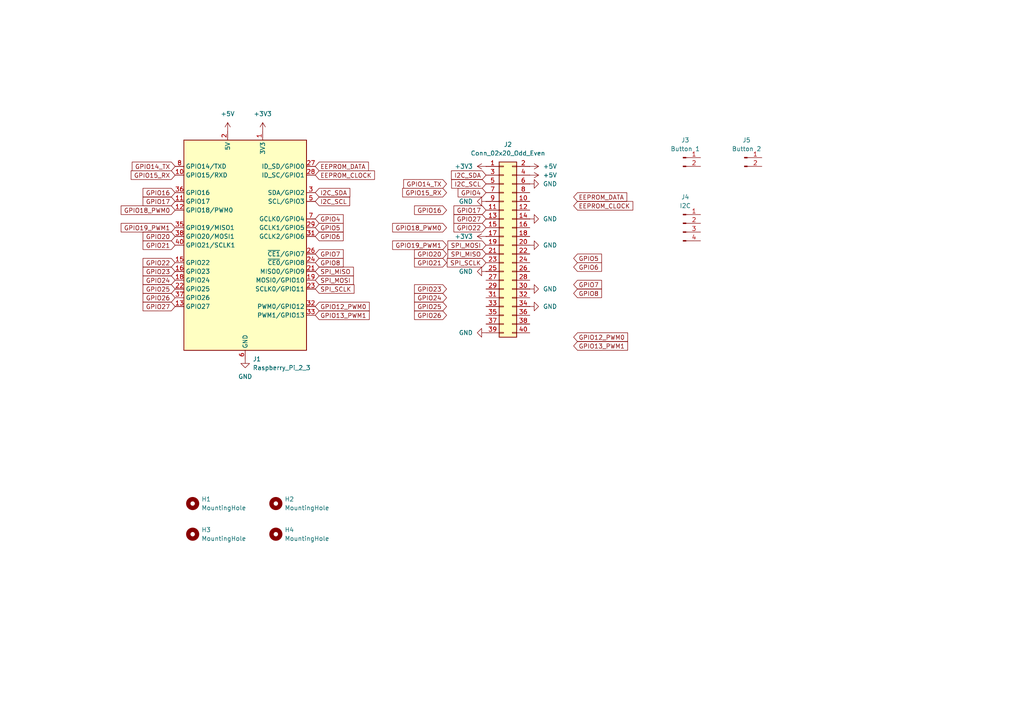
<source format=kicad_sch>
(kicad_sch (version 20231120) (generator "eeschema") (generator_version "8.0")
  (paper "A4")
  (lib_symbols
    (symbol "Connector:Conn_01x02_Pin" (pin_names (offset 1.016) hide)
      (property "Reference" "J" (at 0 2.54 0))
      (property "Value" "Conn_01x02_Pin" (at 0 -5.08 0))
      (symbol "Conn_01x02_Pin_1_1"
        (polyline (pts (xy 1.27 -2.54) (xy 0.8636 -2.54)) (stroke (width 0.1524)))
        (polyline (pts (xy 1.27 0) (xy 0.8636 0)) (stroke (width 0.1524)))
        (rectangle (start 0.8636 -2.413) (end 0 -2.667) (stroke (width 0.1524)) (fill (type outline)))
        (rectangle (start 0.8636 0.127) (end 0 -0.127) (stroke (width 0.1524)) (fill (type outline)))
        (pin passive line (at 5.08 0 180) (length 3.81) (name "Pin_1") (number "1"))
        (pin passive line (at 5.08 -2.54 180) (length 3.81) (name "Pin_2") (number "2"))
      )
    )
    (symbol "Connector:Conn_01x04_Pin" (pin_names (offset 1.016) hide)
      (property "Reference" "J" (at 0 5.08 0))
      (property "Value" "Conn_01x04_Pin" (at 0 -7.62 0))
      (symbol "Conn_01x04_Pin_1_1"
        (polyline (pts (xy 1.27 -5.08) (xy 0.8636 -5.08)) (stroke (width 0.1524)))
        (polyline (pts (xy 1.27 -2.54) (xy 0.8636 -2.54)) (stroke (width 0.1524)))
        (polyline (pts (xy 1.27 0) (xy 0.8636 0)) (stroke (width 0.1524)))
        (polyline (pts (xy 1.27 2.54) (xy 0.8636 2.54)) (stroke (width 0.1524)))
        (rectangle (start 0.8636 -4.953) (end 0 -5.207) (stroke (width 0.1524)) (fill (type outline)))
        (rectangle (start 0.8636 -2.413) (end 0 -2.667) (stroke (width 0.1524)) (fill (type outline)))
        (rectangle (start 0.8636 0.127) (end 0 -0.127) (stroke (width 0.1524)) (fill (type outline)))
        (rectangle (start 0.8636 2.667) (end 0 2.413) (stroke (width 0.1524)) (fill (type outline)))
        (pin passive line (at 5.08 2.54 180) (length 3.81) (name "Pin_1") (number "1"))
        (pin passive line (at 5.08 0 180) (length 3.81) (name "Pin_2") (number "2"))
        (pin passive line (at 5.08 -2.54 180) (length 3.81) (name "Pin_3") (number "3"))
        (pin passive line (at 5.08 -5.08 180) (length 3.81) (name "Pin_4") (number "4"))
      )
    )
    (symbol "Connector:Raspberry_Pi_2_3"
      (property "Reference" "J" (at -17.78 31.75 0))
      (property "Value" "Raspberry_Pi_2_3" (at 10.16 -31.75 0))
      (symbol "Raspberry_Pi_2_3_0_1"
        (rectangle (start -17.78 30.48) (end 17.78 -30.48) (stroke (width 0.254)) (fill (type background)))
      )
      (symbol "Raspberry_Pi_2_3_1_1"
        (pin power_in line (at 5.08 33.02 270) (length 2.54) (name "3V3") (number "1"))
        (pin bidirectional line (at -20.32 20.32 0) (length 2.54) (name "GPIO15/RXD") (number "10"))
        (pin bidirectional line (at -20.32 12.7 0) (length 2.54) (name "GPIO17") (number "11"))
        (pin bidirectional line (at -20.32 10.16 0) (length 2.54) (name "GPIO18/PWM0") (number "12"))
        (pin bidirectional line (at -20.32 -17.78 0) (length 2.54) (name "GPIO27") (number "13"))
        (pin passive line (at 0 -33.02 90) (length 2.54) hide (name "GND") (number "14"))
        (pin bidirectional line (at -20.32 -5.08 0) (length 2.54) (name "GPIO22") (number "15"))
        (pin bidirectional line (at -20.32 -7.62 0) (length 2.54) (name "GPIO23") (number "16"))
        (pin passive line (at 5.08 33.02 270) (length 2.54) hide (name "3V3") (number "17"))
        (pin bidirectional line (at -20.32 -10.16 0) (length 2.54) (name "GPIO24") (number "18"))
        (pin bidirectional line (at 20.32 -10.16 180) (length 2.54) (name "MOSI0/GPIO10") (number "19"))
        (pin power_in line (at -5.08 33.02 270) (length 2.54) (name "5V") (number "2"))
        (pin passive line (at 0 -33.02 90) (length 2.54) hide (name "GND") (number "20"))
        (pin bidirectional line (at 20.32 -7.62 180) (length 2.54) (name "MISO0/GPIO9") (number "21"))
        (pin bidirectional line (at -20.32 -12.7 0) (length 2.54) (name "GPIO25") (number "22"))
        (pin bidirectional line (at 20.32 -12.7 180) (length 2.54) (name "SCLK0/GPIO11") (number "23"))
        (pin bidirectional line (at 20.32 -5.08 180) (length 2.54) (name "~{CE0}/GPIO8") (number "24"))
        (pin passive line (at 0 -33.02 90) (length 2.54) hide (name "GND") (number "25"))
        (pin bidirectional line (at 20.32 -2.54 180) (length 2.54) (name "~{CE1}/GPIO7") (number "26"))
        (pin bidirectional line (at 20.32 22.86 180) (length 2.54) (name "ID_SD/GPIO0") (number "27"))
        (pin bidirectional line (at 20.32 20.32 180) (length 2.54) (name "ID_SC/GPIO1") (number "28"))
        (pin bidirectional line (at 20.32 5.08 180) (length 2.54) (name "GCLK1/GPIO5") (number "29"))
        (pin bidirectional line (at 20.32 15.24 180) (length 2.54) (name "SDA/GPIO2") (number "3"))
        (pin passive line (at 0 -33.02 90) (length 2.54) hide (name "GND") (number "30"))
        (pin bidirectional line (at 20.32 2.54 180) (length 2.54) (name "GCLK2/GPIO6") (number "31"))
        (pin bidirectional line (at 20.32 -17.78 180) (length 2.54) (name "PWM0/GPIO12") (number "32"))
        (pin bidirectional line (at 20.32 -20.32 180) (length 2.54) (name "PWM1/GPIO13") (number "33"))
        (pin passive line (at 0 -33.02 90) (length 2.54) hide (name "GND") (number "34"))
        (pin bidirectional line (at -20.32 5.08 0) (length 2.54) (name "GPIO19/MISO1") (number "35"))
        (pin bidirectional line (at -20.32 15.24 0) (length 2.54) (name "GPIO16") (number "36"))
        (pin bidirectional line (at -20.32 -15.24 0) (length 2.54) (name "GPIO26") (number "37"))
        (pin bidirectional line (at -20.32 2.54 0) (length 2.54) (name "GPIO20/MOSI1") (number "38"))
        (pin passive line (at 0 -33.02 90) (length 2.54) hide (name "GND") (number "39"))
        (pin passive line (at -5.08 33.02 270) (length 2.54) hide (name "5V") (number "4"))
        (pin bidirectional line (at -20.32 0 0) (length 2.54) (name "GPIO21/SCLK1") (number "40"))
        (pin bidirectional line (at 20.32 12.7 180) (length 2.54) (name "SCL/GPIO3") (number "5"))
        (pin power_in line (at 0 -33.02 90) (length 2.54) (name "GND") (number "6"))
        (pin bidirectional line (at 20.32 7.62 180) (length 2.54) (name "GCLK0/GPIO4") (number "7"))
        (pin bidirectional line (at -20.32 22.86 0) (length 2.54) (name "GPIO14/TXD") (number "8"))
        (pin passive line (at 0 -33.02 90) (length 2.54) hide (name "GND") (number "9"))
      )
    )
    (symbol "Connector_Generic:Conn_02x20_Odd_Even" (pin_names (offset 1.016) hide)
      (property "Reference" "J" (at 1.27 25.4 0))
      (property "Value" "Conn_02x20_Odd_Even" (at 1.27 -27.94 0))
      (symbol "Conn_02x20_Odd_Even_1_1"
        (rectangle (start -1.27 -25.273) (end 0 -25.527) (stroke (width 0.1524)))
        (rectangle (start -1.27 -22.733) (end 0 -22.987) (stroke (width 0.1524)))
        (rectangle (start -1.27 -20.193) (end 0 -20.447) (stroke (width 0.1524)))
        (rectangle (start -1.27 -17.653) (end 0 -17.907) (stroke (width 0.1524)))
        (rectangle (start -1.27 -15.113) (end 0 -15.367) (stroke (width 0.1524)))
        (rectangle (start -1.27 -12.573) (end 0 -12.827) (stroke (width 0.1524)))
        (rectangle (start -1.27 -10.033) (end 0 -10.287) (stroke (width 0.1524)))
        (rectangle (start -1.27 -7.493) (end 0 -7.747) (stroke (width 0.1524)))
        (rectangle (start -1.27 -4.953) (end 0 -5.207) (stroke (width 0.1524)))
        (rectangle (start -1.27 -2.413) (end 0 -2.667) (stroke (width 0.1524)))
        (rectangle (start -1.27 0.127) (end 0 -0.127) (stroke (width 0.1524)))
        (rectangle (start -1.27 2.667) (end 0 2.413) (stroke (width 0.1524)))
        (rectangle (start -1.27 5.207) (end 0 4.953) (stroke (width 0.1524)))
        (rectangle (start -1.27 7.747) (end 0 7.493) (stroke (width 0.1524)))
        (rectangle (start -1.27 10.287) (end 0 10.033) (stroke (width 0.1524)))
        (rectangle (start -1.27 12.827) (end 0 12.573) (stroke (width 0.1524)))
        (rectangle (start -1.27 15.367) (end 0 15.113) (stroke (width 0.1524)))
        (rectangle (start -1.27 17.907) (end 0 17.653) (stroke (width 0.1524)))
        (rectangle (start -1.27 20.447) (end 0 20.193) (stroke (width 0.1524)))
        (rectangle (start -1.27 22.987) (end 0 22.733) (stroke (width 0.1524)))
        (rectangle (start -1.27 24.13) (end 3.81 -26.67) (stroke (width 0.254)) (fill (type background)))
        (rectangle (start 3.81 -25.273) (end 2.54 -25.527) (stroke (width 0.1524)))
        (rectangle (start 3.81 -22.733) (end 2.54 -22.987) (stroke (width 0.1524)))
        (rectangle (start 3.81 -20.193) (end 2.54 -20.447) (stroke (width 0.1524)))
        (rectangle (start 3.81 -17.653) (end 2.54 -17.907) (stroke (width 0.1524)))
        (rectangle (start 3.81 -15.113) (end 2.54 -15.367) (stroke (width 0.1524)))
        (rectangle (start 3.81 -12.573) (end 2.54 -12.827) (stroke (width 0.1524)))
        (rectangle (start 3.81 -10.033) (end 2.54 -10.287) (stroke (width 0.1524)))
        (rectangle (start 3.81 -7.493) (end 2.54 -7.747) (stroke (width 0.1524)))
        (rectangle (start 3.81 -4.953) (end 2.54 -5.207) (stroke (width 0.1524)))
        (rectangle (start 3.81 -2.413) (end 2.54 -2.667) (stroke (width 0.1524)))
        (rectangle (start 3.81 0.127) (end 2.54 -0.127) (stroke (width 0.1524)))
        (rectangle (start 3.81 2.667) (end 2.54 2.413) (stroke (width 0.1524)))
        (rectangle (start 3.81 5.207) (end 2.54 4.953) (stroke (width 0.1524)))
        (rectangle (start 3.81 7.747) (end 2.54 7.493) (stroke (width 0.1524)))
        (rectangle (start 3.81 10.287) (end 2.54 10.033) (stroke (width 0.1524)))
        (rectangle (start 3.81 12.827) (end 2.54 12.573) (stroke (width 0.1524)))
        (rectangle (start 3.81 15.367) (end 2.54 15.113) (stroke (width 0.1524)))
        (rectangle (start 3.81 17.907) (end 2.54 17.653) (stroke (width 0.1524)))
        (rectangle (start 3.81 20.447) (end 2.54 20.193) (stroke (width 0.1524)))
        (rectangle (start 3.81 22.987) (end 2.54 22.733) (stroke (width 0.1524)))
        (pin passive line (at -5.08 22.86 0) (length 3.81) (name "Pin_1") (number "1"))
        (pin passive line (at 7.62 12.7 180) (length 3.81) (name "Pin_10") (number "10"))
        (pin passive line (at -5.08 10.16 0) (length 3.81) (name "Pin_11") (number "11"))
        (pin passive line (at 7.62 10.16 180) (length 3.81) (name "Pin_12") (number "12"))
        (pin passive line (at -5.08 7.62 0) (length 3.81) (name "Pin_13") (number "13"))
        (pin passive line (at 7.62 7.62 180) (length 3.81) (name "Pin_14") (number "14"))
        (pin passive line (at -5.08 5.08 0) (length 3.81) (name "Pin_15") (number "15"))
        (pin passive line (at 7.62 5.08 180) (length 3.81) (name "Pin_16") (number "16"))
        (pin passive line (at -5.08 2.54 0) (length 3.81) (name "Pin_17") (number "17"))
        (pin passive line (at 7.62 2.54 180) (length 3.81) (name "Pin_18") (number "18"))
        (pin passive line (at -5.08 0 0) (length 3.81) (name "Pin_19") (number "19"))
        (pin passive line (at 7.62 22.86 180) (length 3.81) (name "Pin_2") (number "2"))
        (pin passive line (at 7.62 0 180) (length 3.81) (name "Pin_20") (number "20"))
        (pin passive line (at -5.08 -2.54 0) (length 3.81) (name "Pin_21") (number "21"))
        (pin passive line (at 7.62 -2.54 180) (length 3.81) (name "Pin_22") (number "22"))
        (pin passive line (at -5.08 -5.08 0) (length 3.81) (name "Pin_23") (number "23"))
        (pin passive line (at 7.62 -5.08 180) (length 3.81) (name "Pin_24") (number "24"))
        (pin passive line (at -5.08 -7.62 0) (length 3.81) (name "Pin_25") (number "25"))
        (pin passive line (at 7.62 -7.62 180) (length 3.81) (name "Pin_26") (number "26"))
        (pin passive line (at -5.08 -10.16 0) (length 3.81) (name "Pin_27") (number "27"))
        (pin passive line (at 7.62 -10.16 180) (length 3.81) (name "Pin_28") (number "28"))
        (pin passive line (at -5.08 -12.7 0) (length 3.81) (name "Pin_29") (number "29"))
        (pin passive line (at -5.08 20.32 0) (length 3.81) (name "Pin_3") (number "3"))
        (pin passive line (at 7.62 -12.7 180) (length 3.81) (name "Pin_30") (number "30"))
        (pin passive line (at -5.08 -15.24 0) (length 3.81) (name "Pin_31") (number "31"))
        (pin passive line (at 7.62 -15.24 180) (length 3.81) (name "Pin_32") (number "32"))
        (pin passive line (at -5.08 -17.78 0) (length 3.81) (name "Pin_33") (number "33"))
        (pin passive line (at 7.62 -17.78 180) (length 3.81) (name "Pin_34") (number "34"))
        (pin passive line (at -5.08 -20.32 0) (length 3.81) (name "Pin_35") (number "35"))
        (pin passive line (at 7.62 -20.32 180) (length 3.81) (name "Pin_36") (number "36"))
        (pin passive line (at -5.08 -22.86 0) (length 3.81) (name "Pin_37") (number "37"))
        (pin passive line (at 7.62 -22.86 180) (length 3.81) (name "Pin_38") (number "38"))
        (pin passive line (at -5.08 -25.4 0) (length 3.81) (name "Pin_39") (number "39"))
        (pin passive line (at 7.62 20.32 180) (length 3.81) (name "Pin_4") (number "4"))
        (pin passive line (at 7.62 -25.4 180) (length 3.81) (name "Pin_40") (number "40"))
        (pin passive line (at -5.08 17.78 0) (length 3.81) (name "Pin_5") (number "5"))
        (pin passive line (at 7.62 17.78 180) (length 3.81) (name "Pin_6") (number "6"))
        (pin passive line (at -5.08 15.24 0) (length 3.81) (name "Pin_7") (number "7"))
        (pin passive line (at 7.62 15.24 180) (length 3.81) (name "Pin_8") (number "8"))
        (pin passive line (at -5.08 12.7 0) (length 3.81) (name "Pin_9") (number "9"))
      )
    )
    (symbol "Mechanical:MountingHole" (pin_names (offset 1.016)) (exclude_from_sim yes) (in_bom no)
      (property "Reference" "H" (at 0 5.08 0))
      (property "Value" "MountingHole" (at 0 3.175 0))
      (symbol "MountingHole_0_1"
        (circle (center 0 0) (radius 1.27) (stroke (width 1.27)))
      )
    )
    (symbol "power:+3V3" (power) (pin_numbers hide) (pin_names (offset 0) hide)
      (property "Value" "+3V3" (at 0 3.556 0))
      (symbol "+3V3_0_1"
        (polyline (pts (xy -0.762 1.27) (xy 0 2.54)))
        (polyline (pts (xy 0 0) (xy 0 2.54)))
        (polyline (pts (xy 0 2.54) (xy 0.762 1.27)))
      )
      (symbol "+3V3_1_1"
        (pin power_in line (at 0 0 90) (length 0) (name "~") (number "1"))
      )
    )
    (symbol "power:+5V" (power) (pin_numbers hide) (pin_names (offset 0) hide)
      (property "Value" "+5V" (at 0 3.556 0))
      (symbol "+5V_0_1"
        (polyline (pts (xy -0.762 1.27) (xy 0 2.54)))
        (polyline (pts (xy 0 0) (xy 0 2.54)))
        (polyline (pts (xy 0 2.54) (xy 0.762 1.27)))
      )
      (symbol "+5V_1_1"
        (pin power_in line (at 0 0 90) (length 0) (name "~") (number "1"))
      )
    )
    (symbol "power:GND" (power) (pin_numbers hide) (pin_names (offset 0) hide)
      (property "Value" "GND" (at 0 -3.81 0))
      (symbol "GND_0_1"
        (polyline (pts (xy 0 0) (xy 0 -1.27) (xy 1.27 -1.27) (xy 0 -2.54) (xy -1.27 -1.27) (xy 0 -1.27)))
      )
      (symbol "GND_1_1"
        (pin power_in line (at 0 0 270) (length 0) (name "~") (number "1"))
      )
    )
  )
  (global_label "GPIO13_PWM1" (shape input) (at 91.44 91.44 0) (property "Intersheetrefs" "${INTERSHEET_REFS}" (effects (hide yes))))
  (global_label "GPIO7" (shape input) (at 166.37 82.55 0) (property "Intersheetrefs" "${INTERSHEET_REFS}" (effects (hide yes))))
  (global_label "GPIO18_PWM0" (shape input) (at 129.54 66.04 180) (property "Intersheetrefs" "${INTERSHEET_REFS}" (effects (hide yes))))
  (global_label "GPIO7" (shape input) (at 91.44 73.66 0) (property "Intersheetrefs" "${INTERSHEET_REFS}" (effects (hide yes))))
  (global_label "GPIO22" (shape input) (at 140.97 66.04 180) (property "Intersheetrefs" "${INTERSHEET_REFS}" (effects (hide yes))))
  (global_label "GPIO25" (shape input) (at 50.8 83.82 180) (property "Intersheetrefs" "${INTERSHEET_REFS}" (effects (hide yes))))
  (global_label "GPIO12_PWM0" (shape input) (at 91.44 88.9 0) (property "Intersheetrefs" "${INTERSHEET_REFS}" (effects (hide yes))))
  (global_label "GPIO15_RX" (shape input) (at 129.54 55.88 180) (property "Intersheetrefs" "${INTERSHEET_REFS}" (effects (hide yes))))
  (global_label "GPIO5" (shape input) (at 91.44 66.04 0) (property "Intersheetrefs" "${INTERSHEET_REFS}" (effects (hide yes))))
  (global_label "GPIO13_PWM1" (shape input) (at 166.37 100.33 0) (property "Intersheetrefs" "${INTERSHEET_REFS}" (effects (hide yes))))
  (global_label "GPIO16" (shape input) (at 129.54 60.96 180) (property "Intersheetrefs" "${INTERSHEET_REFS}" (effects (hide yes))))
  (global_label "SPI_SCLK" (shape input) (at 91.44 83.82 0) (property "Intersheetrefs" "${INTERSHEET_REFS}" (effects (hide yes))))
  (global_label "GPIO4" (shape input) (at 140.97 55.88 180) (property "Intersheetrefs" "${INTERSHEET_REFS}" (effects (hide yes))))
  (global_label "GPIO14_TX" (shape input) (at 129.54 53.34 180) (property "Intersheetrefs" "${INTERSHEET_REFS}" (effects (hide yes))))
  (global_label "GPIO24" (shape input) (at 50.8 81.28 180) (property "Intersheetrefs" "${INTERSHEET_REFS}" (effects (hide yes))))
  (global_label "GPIO4" (shape input) (at 91.44 63.5 0) (property "Intersheetrefs" "${INTERSHEET_REFS}" (effects (hide yes))))
  (global_label "GPIO14_TX" (shape input) (at 50.8 48.26 180) (property "Intersheetrefs" "${INTERSHEET_REFS}" (effects (hide yes))))
  (global_label "GPIO15_RX" (shape input) (at 50.8 50.8 180) (property "Intersheetrefs" "${INTERSHEET_REFS}" (effects (hide yes))))
  (global_label "SPI_MISO" (shape input) (at 140.97 73.66 180) (property "Intersheetrefs" "${INTERSHEET_REFS}" (effects (hide yes))))
  (global_label "GPIO6" (shape input) (at 91.44 68.58 0) (property "Intersheetrefs" "${INTERSHEET_REFS}" (effects (hide yes))))
  (global_label "EEPROM_CLOCK" (shape input) (at 166.37 59.69 0) (property "Intersheetrefs" "${INTERSHEET_REFS}" (effects (hide yes))))
  (global_label "SPI_SCLK" (shape input) (at 140.97 76.2 180) (property "Intersheetrefs" "${INTERSHEET_REFS}" (effects (hide yes))))
  (global_label "GPIO23" (shape input) (at 50.8 78.74 180) (property "Intersheetrefs" "${INTERSHEET_REFS}" (effects (hide yes))))
  (global_label "GPIO16" (shape input) (at 50.8 55.88 180) (property "Intersheetrefs" "${INTERSHEET_REFS}" (effects (hide yes))))
  (global_label "GPIO24" (shape input) (at 129.54 86.36 180) (property "Intersheetrefs" "${INTERSHEET_REFS}" (effects (hide yes))))
  (global_label "I2C_SDA" (shape input) (at 140.97 50.8 180) (property "Intersheetrefs" "${INTERSHEET_REFS}" (effects (hide yes))))
  (global_label "GPIO27" (shape input) (at 140.97 63.5 180) (property "Intersheetrefs" "${INTERSHEET_REFS}" (effects (hide yes))))
  (global_label "GPIO26" (shape input) (at 50.8 86.36 180) (property "Intersheetrefs" "${INTERSHEET_REFS}" (effects (hide yes))))
  (global_label "SPI_MOSI" (shape input) (at 91.44 81.28 0) (property "Intersheetrefs" "${INTERSHEET_REFS}" (effects (hide yes))))
  (global_label "GPIO21" (shape input) (at 129.54 76.2 180) (property "Intersheetrefs" "${INTERSHEET_REFS}" (effects (hide yes))))
  (global_label "GPIO5" (shape input) (at 166.37 74.93 0) (property "Intersheetrefs" "${INTERSHEET_REFS}" (effects (hide yes))))
  (global_label "GPIO23" (shape input) (at 129.54 83.82 180) (property "Intersheetrefs" "${INTERSHEET_REFS}" (effects (hide yes))))
  (global_label "GPIO12_PWM0" (shape input) (at 166.37 97.79 0) (property "Intersheetrefs" "${INTERSHEET_REFS}" (effects (hide yes))))
  (global_label "SPI_MOSI" (shape input) (at 140.97 71.12 180) (property "Intersheetrefs" "${INTERSHEET_REFS}" (effects (hide yes))))
  (global_label "EEPROM_CLOCK" (shape input) (at 91.44 50.8 0) (property "Intersheetrefs" "${INTERSHEET_REFS}" (effects (hide yes))))
  (global_label "GPIO20" (shape input) (at 129.54 73.66 180) (property "Intersheetrefs" "${INTERSHEET_REFS}" (effects (hide yes))))
  (global_label "GPIO25" (shape input) (at 129.54 88.9 180) (property "Intersheetrefs" "${INTERSHEET_REFS}" (effects (hide yes))))
  (global_label "GPIO22" (shape input) (at 50.8 76.2 180) (property "Intersheetrefs" "${INTERSHEET_REFS}" (effects (hide yes))))
  (global_label "GPIO21" (shape input) (at 50.8 71.12 180) (property "Intersheetrefs" "${INTERSHEET_REFS}" (effects (hide yes))))
  (global_label "I2C_SCL" (shape input) (at 140.97 53.34 180) (property "Intersheetrefs" "${INTERSHEET_REFS}" (effects (hide yes))))
  (global_label "GPIO6" (shape input) (at 166.37 77.47 0) (property "Intersheetrefs" "${INTERSHEET_REFS}" (effects (hide yes))))
  (global_label "GPIO20" (shape input) (at 50.8 68.58 180) (property "Intersheetrefs" "${INTERSHEET_REFS}" (effects (hide yes))))
  (global_label "GPIO8" (shape input) (at 91.44 76.2 0) (property "Intersheetrefs" "${INTERSHEET_REFS}" (effects (hide yes))))
  (global_label "SPI_MISO" (shape input) (at 91.44 78.74 0) (property "Intersheetrefs" "${INTERSHEET_REFS}" (effects (hide yes))))
  (global_label "GPIO19_PWM1" (shape input) (at 50.8 66.04 180) (property "Intersheetrefs" "${INTERSHEET_REFS}" (effects (hide yes))))
  (global_label "GPIO17" (shape input) (at 140.97 60.96 180) (property "Intersheetrefs" "${INTERSHEET_REFS}" (effects (hide yes))))
  (global_label "GPIO27" (shape input) (at 50.8 88.9 180) (property "Intersheetrefs" "${INTERSHEET_REFS}" (effects (hide yes))))
  (global_label "GPIO26" (shape input) (at 129.54 91.44 180) (property "Intersheetrefs" "${INTERSHEET_REFS}" (effects (hide yes))))
  (global_label "GPIO19_PWM1" (shape input) (at 129.54 71.12 180) (property "Intersheetrefs" "${INTERSHEET_REFS}" (effects (hide yes))))
  (global_label "I2C_SCL" (shape input) (at 91.44 58.42 0) (property "Intersheetrefs" "${INTERSHEET_REFS}" (effects (hide yes))))
  (global_label "GPIO8" (shape input) (at 166.37 85.09 0) (property "Intersheetrefs" "${INTERSHEET_REFS}" (effects (hide yes))))
  (global_label "GPIO17" (shape input) (at 50.8 58.42 180) (property "Intersheetrefs" "${INTERSHEET_REFS}" (effects (hide yes))))
  (global_label "I2C_SDA" (shape input) (at 91.44 55.88 0) (property "Intersheetrefs" "${INTERSHEET_REFS}" (effects (hide yes))))
  (global_label "EEPROM_DATA" (shape input) (at 166.37 57.15 0) (property "Intersheetrefs" "${INTERSHEET_REFS}" (effects (hide yes))))
  (global_label "GPIO18_PWM0" (shape input) (at 50.8 60.96 180) (property "Intersheetrefs" "${INTERSHEET_REFS}" (effects (hide yes))))
  (global_label "EEPROM_DATA" (shape input) (at 91.44 48.26 0) (property "Intersheetrefs" "${INTERSHEET_REFS}" (effects (hide yes))))
  (symbol (lib_id "power:+3V3") (at 76.2 38.1 0) (unit 1)
    (property "Reference" "#PWR03" (effects (hide yes)))
    (property "Value" "+3V3" (at 76.2 33.02 0))
    (property "Description" "Power symbol creates a global label with name \"+3V3\"" (effects (hide yes)))
  )
  (symbol (lib_id "power:GND") (at 71.12 104.14 0) (unit 1)
    (property "Reference" "#PWR01" (effects (hide yes)))
    (property "Value" "GND" (at 71.12 109.22 0))
    (property "Description" "Power symbol creates a global label with name \"GND\" , ground" (effects (hide yes)))
  )
  (symbol (lib_id "Mechanical:MountingHole") (at 55.88 154.94 0) (unit 1) (exclude_from_sim yes) (in_bom no)
    (property "Reference" "H3" (at 58.42 153.6699 0) (effects (justify left)))
    (property "Value" "MountingHole" (at 58.42 156.2099 0) (effects (justify left)))
    (property "Description" "Mounting Hole without connection" (effects (hide yes)))
  )
  (symbol (lib_id "power:GND") (at 140.97 96.52 270) (unit 1)
    (property "Reference" "#PWR014" (effects (hide yes)))
    (property "Value" "GND" (at 137.16 96.5199 90) (effects (justify right)))
    (property "Description" "Power symbol creates a global label with name \"GND\" , ground" (effects (hide yes)))
  )
  (symbol (lib_id "power:GND") (at 140.97 78.74 270) (unit 1)
    (property "Reference" "#PWR013" (effects (hide yes)))
    (property "Value" "GND" (at 137.16 78.7399 90) (effects (justify right)))
    (property "Description" "Power symbol creates a global label with name \"GND\" , ground" (effects (hide yes)))
  )
  (symbol (lib_id "power:+5V") (at 153.67 50.8 270) (unit 1)
    (property "Reference" "#PWR06" (effects (hide yes)))
    (property "Value" "+5V" (at 157.48 50.7999 90) (effects (justify left)))
    (property "Description" "Power symbol creates a global label with name \"+5V\"" (effects (hide yes)))
  )
  (symbol (lib_id "Mechanical:MountingHole") (at 80.01 146.05 0) (unit 1) (exclude_from_sim yes) (in_bom no)
    (property "Reference" "H2" (at 82.55 144.7799 0) (effects (justify left)))
    (property "Value" "MountingHole" (at 82.55 147.3199 0) (effects (justify left)))
    (property "Description" "Mounting Hole without connection" (effects (hide yes)))
  )
  (symbol (lib_id "power:GND") (at 153.67 71.12 90) (unit 1)
    (property "Reference" "#PWR09" (effects (hide yes)))
    (property "Value" "GND" (at 157.48 71.1199 90) (effects (justify right)))
    (property "Description" "Power symbol creates a global label with name \"GND\" , ground" (effects (hide yes)))
  )
  (symbol (lib_id "Connector_Generic:Conn_02x20_Odd_Even") (at 146.05 71.12 0) (unit 1)
    (property "Reference" "J2" (at 147.32 41.91 0))
    (property "Value" "Conn_02x20_Odd_Even" (at 147.32 44.45 0))
    (property "Description" "Generic connector, double row, 02x20, odd/even pin numbering scheme (row 1 odd numbers, row 2 even numbers), script generated (kicad-library-utils/schlib/autogen/connector/)" (effects (hide yes)))
  )
  (symbol (lib_id "power:GND") (at 153.67 53.34 90) (unit 1)
    (property "Reference" "#PWR07" (effects (hide yes)))
    (property "Value" "GND" (at 157.48 53.3399 90) (effects (justify right)))
    (property "Description" "Power symbol creates a global label with name \"GND\" , ground" (effects (hide yes)))
  )
  (symbol (lib_id "power:+3V3") (at 140.97 48.26 90) (unit 1)
    (property "Reference" "#PWR04" (effects (hide yes)))
    (property "Value" "+3V3" (at 137.16 48.2599 90) (effects (justify left)))
    (property "Description" "Power symbol creates a global label with name \"+3V3\"" (effects (hide yes)))
  )
  (symbol (lib_id "Connector:Conn_01x02_Pin") (at 215.9 45.72 0) (unit 1)
    (property "Reference" "J5" (at 216.535 40.64 0))
    (property "Value" "Button 2" (at 216.535 43.18 0))
    (property "Description" "Generic connector, single row, 01x02, script generated" (effects (hide yes)))
  )
  (symbol (lib_id "Connector:Conn_01x02_Pin") (at 198.12 45.72 0) (unit 1)
    (property "Reference" "J3" (at 198.755 40.64 0))
    (property "Value" "Button 1" (at 198.755 43.18 0))
    (property "Description" "Generic connector, single row, 01x02, script generated" (effects (hide yes)))
  )
  (symbol (lib_id "Connector:Conn_01x04_Pin") (at 198.12 64.77 0) (unit 1)
    (property "Reference" "J4" (at 198.755 57.15 0))
    (property "Value" "I2C" (at 198.755 59.69 0))
    (property "Description" "Generic connector, single row, 01x04, script generated" (effects (hide yes)))
  )
  (symbol (lib_id "power:GND") (at 153.67 63.5 90) (unit 1)
    (property "Reference" "#PWR08" (effects (hide yes)))
    (property "Value" "GND" (at 157.48 63.4999 90) (effects (justify right)))
    (property "Description" "Power symbol creates a global label with name \"GND\" , ground" (effects (hide yes)))
  )
  (symbol (lib_id "Mechanical:MountingHole") (at 80.01 154.94 0) (unit 1) (exclude_from_sim yes) (in_bom no)
    (property "Reference" "H4" (at 82.55 153.6699 0) (effects (justify left)))
    (property "Value" "MountingHole" (at 82.55 156.2099 0) (effects (justify left)))
    (property "Description" "Mounting Hole without connection" (effects (hide yes)))
  )
  (symbol (lib_id "power:+3V3") (at 140.97 68.58 90) (unit 1)
    (property "Reference" "#PWR015" (effects (hide yes)))
    (property "Value" "+3V3" (at 137.16 68.5799 90) (effects (justify left)))
    (property "Description" "Power symbol creates a global label with name \"+3V3\"" (effects (hide yes)))
  )
  (symbol (lib_id "power:GND") (at 140.97 58.42 270) (unit 1)
    (property "Reference" "#PWR012" (effects (hide yes)))
    (property "Value" "GND" (at 137.16 58.4199 90) (effects (justify right)))
    (property "Description" "Power symbol creates a global label with name \"GND\" , ground" (effects (hide yes)))
  )
  (symbol (lib_id "power:+5V") (at 66.04 38.1 0) (unit 1)
    (property "Reference" "#PWR02" (effects (hide yes)))
    (property "Value" "+5V" (at 66.04 33.02 0))
    (property "Description" "Power symbol creates a global label with name \"+5V\"" (effects (hide yes)))
  )
  (symbol (lib_id "power:+5V") (at 153.67 48.26 270) (unit 1)
    (property "Reference" "#PWR05" (effects (hide yes)))
    (property "Value" "+5V" (at 157.48 48.2599 90) (effects (justify left)))
    (property "Description" "Power symbol creates a global label with name \"+5V\"" (effects (hide yes)))
  )
  (symbol (lib_id "Mechanical:MountingHole") (at 55.88 146.05 0) (unit 1) (exclude_from_sim yes) (in_bom no)
    (property "Reference" "H1" (at 58.42 144.7799 0) (effects (justify left)))
    (property "Value" "MountingHole" (at 58.42 147.3199 0) (effects (justify left)))
    (property "Description" "Mounting Hole without connection" (effects (hide yes)))
  )
  (symbol (lib_id "Connector:Raspberry_Pi_2_3") (at 71.12 71.12 0) (unit 1)
    (property "Reference" "J1" (at 73.3141 104.14 0) (effects (justify left)))
    (property "Value" "Raspberry_Pi_2_3" (at 73.3141 106.68 0) (effects (justify left)))
    (property "Datasheet" "https://www.raspberrypi.org/documentation/hardware/raspberrypi/schematics/rpi_SCH_3bplus_1p0_reduced.pdf" (effects (hide yes)))
    (property "Description" "expansion header for Raspberry Pi 2 & 3" (effects (hide yes)))
  )
  (symbol (lib_id "power:GND") (at 153.67 83.82 90) (unit 1)
    (property "Reference" "#PWR010" (effects (hide yes)))
    (property "Value" "GND" (at 157.48 83.8199 90) (effects (justify right)))
    (property "Description" "Power symbol creates a global label with name \"GND\" , ground" (effects (hide yes)))
  )
  (symbol (lib_id "power:GND") (at 153.67 88.9 90) (unit 1)
    (property "Reference" "#PWR011" (effects (hide yes)))
    (property "Value" "GND" (at 157.48 88.8999 90) (effects (justify right)))
    (property "Description" "Power symbol creates a global label with name \"GND\" , ground" (effects (hide yes)))
  )
)
</source>
